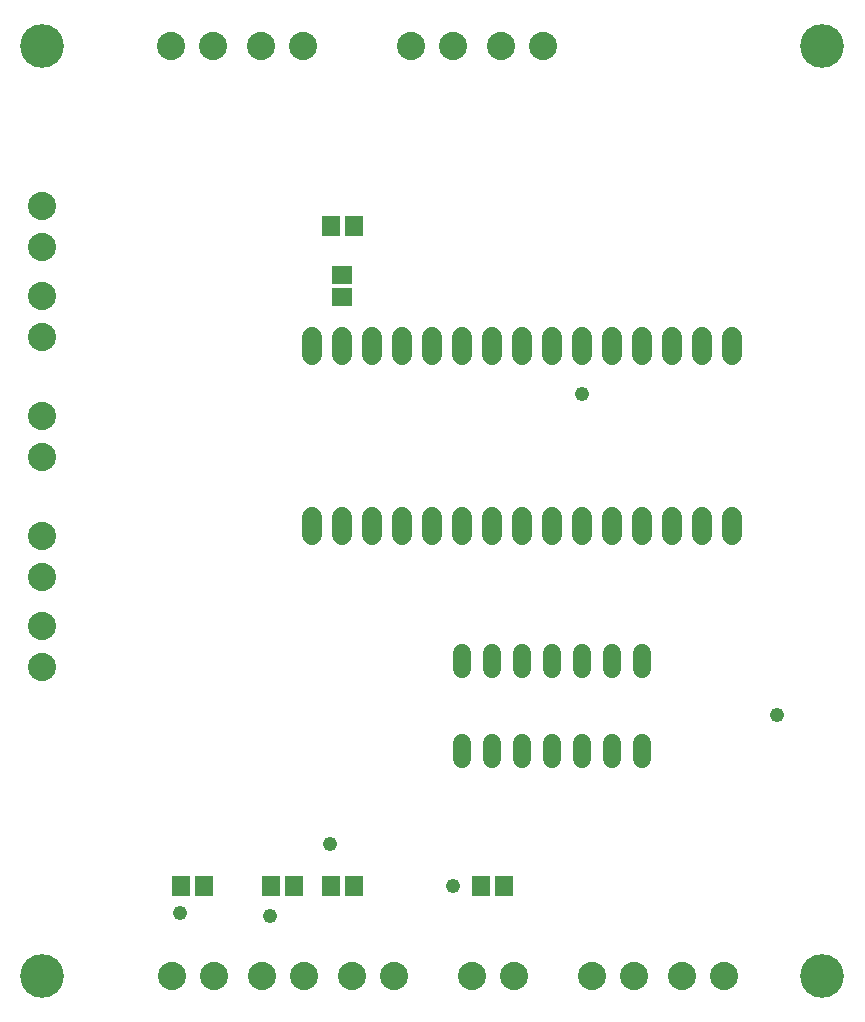
<source format=gts>
G04 EAGLE Gerber RS-274X export*
G75*
%MOMM*%
%FSLAX34Y34*%
%LPD*%
%INTop Soldermask*%
%IPPOS*%
%AMOC8*
5,1,8,0,0,1.08239X$1,22.5*%
G01*
%ADD10C,3.703194*%
%ADD11C,1.524000*%
%ADD12C,2.387600*%
%ADD13C,1.727200*%
%ADD14R,1.503200X1.803200*%
%ADD15R,1.803200X1.503200*%
%ADD16C,1.209600*%


D10*
X50800Y50800D03*
X711200Y50800D03*
X711200Y838200D03*
X50800Y838200D03*
D11*
X406400Y247904D02*
X406400Y234696D01*
X431800Y234696D02*
X431800Y247904D01*
X558800Y247904D02*
X558800Y234696D01*
X558800Y310896D02*
X558800Y324104D01*
X457200Y247904D02*
X457200Y234696D01*
X482600Y234696D02*
X482600Y247904D01*
X533400Y247904D02*
X533400Y234696D01*
X508000Y234696D02*
X508000Y247904D01*
X533400Y310896D02*
X533400Y324104D01*
X508000Y324104D02*
X508000Y310896D01*
X482600Y310896D02*
X482600Y324104D01*
X457200Y324104D02*
X457200Y310896D01*
X431800Y310896D02*
X431800Y324104D01*
X406400Y324104D02*
X406400Y310896D01*
D12*
X50800Y490000D03*
X50800Y525000D03*
X195800Y50800D03*
X160800Y50800D03*
X272000Y50800D03*
X237000Y50800D03*
X348200Y50800D03*
X313200Y50800D03*
X159800Y838200D03*
X194800Y838200D03*
X236000Y838200D03*
X271000Y838200D03*
X50800Y388400D03*
X50800Y423400D03*
X50800Y312200D03*
X50800Y347200D03*
D13*
X279400Y424180D02*
X279400Y439420D01*
X304800Y439420D02*
X304800Y424180D01*
X330200Y424180D02*
X330200Y439420D01*
X355600Y439420D02*
X355600Y424180D01*
X381000Y424180D02*
X381000Y439420D01*
X406400Y439420D02*
X406400Y424180D01*
X431800Y424180D02*
X431800Y439420D01*
X457200Y439420D02*
X457200Y424180D01*
X482600Y424180D02*
X482600Y439420D01*
X508000Y439420D02*
X508000Y424180D01*
X533400Y424180D02*
X533400Y439420D01*
X558800Y439420D02*
X558800Y424180D01*
X584200Y424180D02*
X584200Y439420D01*
X609600Y439420D02*
X609600Y424180D01*
X635000Y424180D02*
X635000Y439420D01*
X279400Y576580D02*
X279400Y591820D01*
X304800Y591820D02*
X304800Y576580D01*
X330200Y576580D02*
X330200Y591820D01*
X355600Y591820D02*
X355600Y576580D01*
X381000Y576580D02*
X381000Y591820D01*
X406400Y591820D02*
X406400Y576580D01*
X431800Y576580D02*
X431800Y591820D01*
X457200Y591820D02*
X457200Y576580D01*
X482600Y576580D02*
X482600Y591820D01*
X508000Y591820D02*
X508000Y576580D01*
X533400Y576580D02*
X533400Y591820D01*
X558800Y591820D02*
X558800Y576580D01*
X584200Y576580D02*
X584200Y591820D01*
X609600Y591820D02*
X609600Y576580D01*
X635000Y576580D02*
X635000Y591820D01*
D14*
X295300Y127000D03*
X314300Y127000D03*
X244500Y127000D03*
X263500Y127000D03*
X168300Y127000D03*
X187300Y127000D03*
D12*
X551400Y50800D03*
X516400Y50800D03*
X627600Y50800D03*
X592600Y50800D03*
X449800Y50800D03*
X414800Y50800D03*
D14*
X422300Y127000D03*
X441300Y127000D03*
D12*
X50800Y667800D03*
X50800Y702800D03*
X50800Y591600D03*
X50800Y626600D03*
X439200Y838200D03*
X474200Y838200D03*
X363000Y838200D03*
X398000Y838200D03*
D15*
X304800Y625500D03*
X304800Y644500D03*
D14*
X314300Y685800D03*
X295300Y685800D03*
D16*
X167640Y104140D03*
X243840Y101600D03*
X294640Y162560D03*
X398780Y127000D03*
X508000Y543560D03*
X673100Y271780D03*
M02*

</source>
